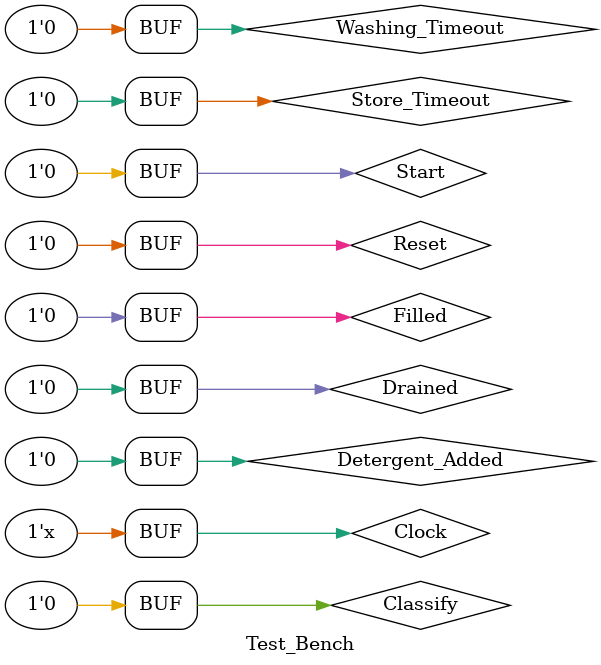
<source format=v>
module Test_Bench;
reg Clock,Reset,Start,Classify,Filled,Drained,Detergent_Added,Washing_Timeout,Store_Timeout;
wire Fill_valve_second_on,Fill_valve_on,Drained_valve_on,Door_Lock,Done;
Automatic_Dish_Washing_Machine
ADWM(Clock,Reset,Start,Classify,Filled,Drained,Detergent_Added,Washing_Timeout,Store_Timeout,Fill_valve_second_on,Fill_valve_on,Drained_valve_on,Door_Lock,Done);
initial
begin
$monitor("Time=%d,Clock=%b,Reset=%b,Start=%b,Door_Close=%b,Filled=%b,Drained=%b,Detergent_Added=%b,Washing_Timeout=%b,Store_Timeout=%b,Fill_valve_second_on=%b,Fill_valve_on=%b,Drained_valve_on=%b,Door_Lock=%b,Done=%b",$time,Clock,Reset,Start,Classify,Filled,Drained,Detergent_Added,Washing_Timeout,Store_Timeout,Fill_valve_second_on,Fill_valve_on,Drained_valve_on,Door_Lock,Done);
end
initial
begin
Clock=0;
Reset=1;
Start=0;
Classify=0;
Filled=0;
Drained=0;
Detergent_Added=0;
Washing_Timeout=0;
Store_Timeout=0;
#5 Reset=0;
#5 Start=1;Classify=1;
#10 Filled=1;Start=0;Classify=0;
#10 Detergent_Added=1;Filled=0;
#10 Washing_Timeout=1;Detergent_Added=0;
#10 Drained=1;Washing_Timeout=0;
#10 Store_Timeout=1;Drained=0;
#10 Store_Timeout=0;
end
always
begin
#5 Clock = ~Clock;
end
endmodule
</source>
